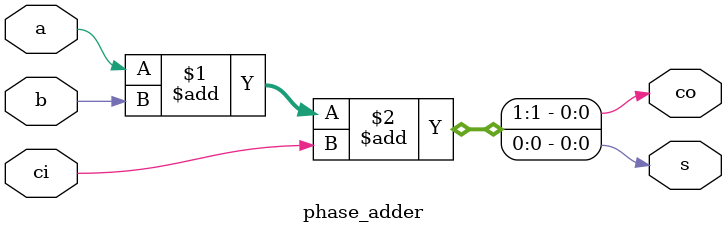
<source format=v>
module phase_adder(a,b,s,ci,co);
	parameter N=1;
	input [N-1:0] a,b;
	input ci;
	output [N-1:0] s;
	output co;
	assign {co,s}=a+b+ci;
endmodule
	
</source>
